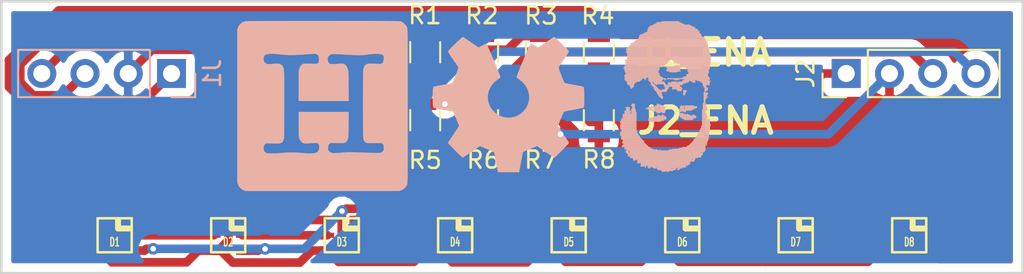
<source format=kicad_pcb>
(kicad_pcb (version 4) (host pcbnew 4.0.6)
  (layers (0 F.Cu signal) (31 B.Cu signal) (34 B.Paste user) (35 F.Paste user) (36 B.SilkS user) (37 F.SilkS user) (38 B.Mask user) (39 F.Mask user) (44 Edge.Cuts user))
  (net 0 "")
  (net 1 "Net-(D1-Pad2)")
  (net 2 "Net-(D1-Pad3)")
  (net 3 "Net-(D1-Pad4)")
  (net 4 "Net-(D1-Pad5)")
  (net 5 "Net-(D1-Pad6)")
  (net 6 "Net-(D1-Pad1)")
  (net 7 "Net-(D2-Pad6)")
  (net 8 "Net-(D2-Pad1)")
  (net 9 "Net-(D3-Pad6)")
  (net 10 "Net-(D3-Pad1)")
  (net 11 "Net-(D4-Pad6)")
  (net 12 "Net-(D4-Pad1)")
  (net 13 "Net-(D5-Pad6)")
  (net 14 "Net-(D5-Pad1)")
  (net 15 "Net-(D6-Pad6)")
  (net 16 "Net-(D6-Pad1)")
  (net 17 "Net-(D7-Pad6)")
  (net 18 "Net-(D7-Pad1)")
  (net 19 "Net-(D8-Pad6)")
  (net 20 "Net-(D8-Pad1)")
  (net 21 "Net-(J1-Pad1)")
  (net 22 "Net-(J1-Pad2)")
  (net 23 "Net-(J1-Pad3)")
  (net 24 "Net-(J1-Pad4)")
  (net 25 "Net-(J2-Pad1)")
  (net 26 "Net-(J2-Pad2)")
  (net 27 "Net-(J2-Pad3)")
  (net 28 "Net-(J2-Pad4)")
  (module gsg-modules:APA102-2020 (layer F.Cu) (at 106.66 113.77)
    (fp_text reference D1 (at 0 0.4) (layer F.SilkS) (effects (font (size 0.50038 0.29972) (thickness 0.07493))))
    (fp_text value APA102 hide)
    (pad 2 smd rect (at -0.85 -0.9) (size 0.8 0.5) (layers F.Cu F.Paste F.Mask) (net 1 "Net-(D1-Pad2)"))
    (pad 3 smd rect (at -0.85 0) (size 0.8 0.3) (layers F.Cu F.Paste F.Mask) (net 2 "Net-(D1-Pad3)"))
    (pad 4 smd rect (at -0.85 0.9) (size 0.8 0.5) (layers F.Cu F.Paste F.Mask) (net 3 "Net-(D1-Pad4)"))
    (pad 5 smd rect (at 0.85 0.9) (size 0.8 0.5) (layers F.Cu F.Paste F.Mask) (net 4 "Net-(D1-Pad5)"))
    (pad 6 smd rect (at 0.85 0) (size 0.8 0.3) (layers F.Cu F.Paste F.Mask) (net 5 "Net-(D1-Pad6)"))
    (pad 1 smd rect (at 0.85 -0.9) (size 0.8 0.5) (layers F.Cu F.Paste F.Mask) (net 6 "Net-(D1-Pad1)"))
  )
  (module gsg-modules:APA102-2020 (layer F.Cu) (at 113.33 113.77)
    (fp_text reference D2 (at 0 0.4) (layer F.SilkS) (effects (font (size 0.50038 0.29972) (thickness 0.07493))))
    (fp_text value APA102 hide)
    (pad 2 smd rect (at -0.85 -0.9) (size 0.8 0.5) (layers F.Cu F.Paste F.Mask) (net 6 "Net-(D1-Pad1)"))
    (pad 3 smd rect (at -0.85 0) (size 0.8 0.3) (layers F.Cu F.Paste F.Mask) (net 5 "Net-(D1-Pad6)"))
    (pad 4 smd rect (at -0.85 0.9) (size 0.8 0.5) (layers F.Cu F.Paste F.Mask) (net 3 "Net-(D1-Pad4)"))
    (pad 5 smd rect (at 0.85 0.9) (size 0.8 0.5) (layers F.Cu F.Paste F.Mask) (net 4 "Net-(D1-Pad5)"))
    (pad 6 smd rect (at 0.85 0) (size 0.8 0.3) (layers F.Cu F.Paste F.Mask) (net 7 "Net-(D2-Pad6)"))
    (pad 1 smd rect (at 0.85 -0.9) (size 0.8 0.5) (layers F.Cu F.Paste F.Mask) (net 8 "Net-(D2-Pad1)"))
  )
  (module gsg-modules:APA102-2020 (layer F.Cu) (at 120 113.77)
    (fp_text reference D3 (at 0 0.4) (layer F.SilkS) (effects (font (size 0.50038 0.29972) (thickness 0.07493))))
    (fp_text value APA102 hide)
    (pad 2 smd rect (at -0.85 -0.9) (size 0.8 0.5) (layers F.Cu F.Paste F.Mask) (net 8 "Net-(D2-Pad1)"))
    (pad 3 smd rect (at -0.85 0) (size 0.8 0.3) (layers F.Cu F.Paste F.Mask) (net 7 "Net-(D2-Pad6)"))
    (pad 4 smd rect (at -0.85 0.9) (size 0.8 0.5) (layers F.Cu F.Paste F.Mask) (net 3 "Net-(D1-Pad4)"))
    (pad 5 smd rect (at 0.85 0.9) (size 0.8 0.5) (layers F.Cu F.Paste F.Mask) (net 4 "Net-(D1-Pad5)"))
    (pad 6 smd rect (at 0.85 0) (size 0.8 0.3) (layers F.Cu F.Paste F.Mask) (net 9 "Net-(D3-Pad6)"))
    (pad 1 smd rect (at 0.85 -0.9) (size 0.8 0.5) (layers F.Cu F.Paste F.Mask) (net 10 "Net-(D3-Pad1)"))
  )
  (module gsg-modules:APA102-2020 (layer F.Cu) (at 126.66 113.77)
    (fp_text reference D4 (at 0 0.4) (layer F.SilkS) (effects (font (size 0.50038 0.29972) (thickness 0.07493))))
    (fp_text value APA102 hide)
    (pad 2 smd rect (at -0.85 -0.9) (size 0.8 0.5) (layers F.Cu F.Paste F.Mask) (net 10 "Net-(D3-Pad1)"))
    (pad 3 smd rect (at -0.85 0) (size 0.8 0.3) (layers F.Cu F.Paste F.Mask) (net 9 "Net-(D3-Pad6)"))
    (pad 4 smd rect (at -0.85 0.9) (size 0.8 0.5) (layers F.Cu F.Paste F.Mask) (net 3 "Net-(D1-Pad4)"))
    (pad 5 smd rect (at 0.85 0.9) (size 0.8 0.5) (layers F.Cu F.Paste F.Mask) (net 4 "Net-(D1-Pad5)"))
    (pad 6 smd rect (at 0.85 0) (size 0.8 0.3) (layers F.Cu F.Paste F.Mask) (net 11 "Net-(D4-Pad6)"))
    (pad 1 smd rect (at 0.85 -0.9) (size 0.8 0.5) (layers F.Cu F.Paste F.Mask) (net 12 "Net-(D4-Pad1)"))
  )
  (module gsg-modules:APA102-2020 (layer F.Cu) (at 133.33 113.77)
    (fp_text reference D5 (at 0 0.4) (layer F.SilkS) (effects (font (size 0.50038 0.29972) (thickness 0.07493))))
    (fp_text value APA102 hide)
    (pad 2 smd rect (at -0.85 -0.9) (size 0.8 0.5) (layers F.Cu F.Paste F.Mask) (net 12 "Net-(D4-Pad1)"))
    (pad 3 smd rect (at -0.85 0) (size 0.8 0.3) (layers F.Cu F.Paste F.Mask) (net 11 "Net-(D4-Pad6)"))
    (pad 4 smd rect (at -0.85 0.9) (size 0.8 0.5) (layers F.Cu F.Paste F.Mask) (net 3 "Net-(D1-Pad4)"))
    (pad 5 smd rect (at 0.85 0.9) (size 0.8 0.5) (layers F.Cu F.Paste F.Mask) (net 4 "Net-(D1-Pad5)"))
    (pad 6 smd rect (at 0.85 0) (size 0.8 0.3) (layers F.Cu F.Paste F.Mask) (net 13 "Net-(D5-Pad6)"))
    (pad 1 smd rect (at 0.85 -0.9) (size 0.8 0.5) (layers F.Cu F.Paste F.Mask) (net 14 "Net-(D5-Pad1)"))
  )
  (module gsg-modules:APA102-2020 (layer F.Cu) (at 140 113.77)
    (fp_text reference D6 (at 0 0.4) (layer F.SilkS) (effects (font (size 0.50038 0.29972) (thickness 0.07493))))
    (fp_text value APA102 hide)
    (pad 2 smd rect (at -0.85 -0.9) (size 0.8 0.5) (layers F.Cu F.Paste F.Mask) (net 14 "Net-(D5-Pad1)"))
    (pad 3 smd rect (at -0.85 0) (size 0.8 0.3) (layers F.Cu F.Paste F.Mask) (net 13 "Net-(D5-Pad6)"))
    (pad 4 smd rect (at -0.85 0.9) (size 0.8 0.5) (layers F.Cu F.Paste F.Mask) (net 3 "Net-(D1-Pad4)"))
    (pad 5 smd rect (at 0.85 0.9) (size 0.8 0.5) (layers F.Cu F.Paste F.Mask) (net 4 "Net-(D1-Pad5)"))
    (pad 6 smd rect (at 0.85 0) (size 0.8 0.3) (layers F.Cu F.Paste F.Mask) (net 15 "Net-(D6-Pad6)"))
    (pad 1 smd rect (at 0.85 -0.9) (size 0.8 0.5) (layers F.Cu F.Paste F.Mask) (net 16 "Net-(D6-Pad1)"))
  )
  (module gsg-modules:APA102-2020 (layer F.Cu) (at 146.66 113.77)
    (fp_text reference D7 (at 0 0.4) (layer F.SilkS) (effects (font (size 0.50038 0.29972) (thickness 0.07493))))
    (fp_text value APA102 hide)
    (pad 2 smd rect (at -0.85 -0.9) (size 0.8 0.5) (layers F.Cu F.Paste F.Mask) (net 16 "Net-(D6-Pad1)"))
    (pad 3 smd rect (at -0.85 0) (size 0.8 0.3) (layers F.Cu F.Paste F.Mask) (net 15 "Net-(D6-Pad6)"))
    (pad 4 smd rect (at -0.85 0.9) (size 0.8 0.5) (layers F.Cu F.Paste F.Mask) (net 3 "Net-(D1-Pad4)"))
    (pad 5 smd rect (at 0.85 0.9) (size 0.8 0.5) (layers F.Cu F.Paste F.Mask) (net 4 "Net-(D1-Pad5)"))
    (pad 6 smd rect (at 0.85 0) (size 0.8 0.3) (layers F.Cu F.Paste F.Mask) (net 17 "Net-(D7-Pad6)"))
    (pad 1 smd rect (at 0.85 -0.9) (size 0.8 0.5) (layers F.Cu F.Paste F.Mask) (net 18 "Net-(D7-Pad1)"))
  )
  (module gsg-modules:APA102-2020 (layer F.Cu) (at 153.33 113.77)
    (fp_text reference D8 (at 0 0.4) (layer F.SilkS) (effects (font (size 0.50038 0.29972) (thickness 0.07493))))
    (fp_text value APA102 hide)
    (pad 2 smd rect (at -0.85 -0.9) (size 0.8 0.5) (layers F.Cu F.Paste F.Mask) (net 18 "Net-(D7-Pad1)"))
    (pad 3 smd rect (at -0.85 0) (size 0.8 0.3) (layers F.Cu F.Paste F.Mask) (net 17 "Net-(D7-Pad6)"))
    (pad 4 smd rect (at -0.85 0.9) (size 0.8 0.5) (layers F.Cu F.Paste F.Mask) (net 3 "Net-(D1-Pad4)"))
    (pad 5 smd rect (at 0.85 0.9) (size 0.8 0.5) (layers F.Cu F.Paste F.Mask) (net 4 "Net-(D1-Pad5)"))
    (pad 6 smd rect (at 0.85 0) (size 0.8 0.3) (layers F.Cu F.Paste F.Mask) (net 19 "Net-(D8-Pad6)"))
    (pad 1 smd rect (at 0.85 -0.9) (size 0.8 0.5) (layers F.Cu F.Paste F.Mask) (net 20 "Net-(D8-Pad1)"))
  )
  (module Pin_Headers:Pin_Header_Straight_1x04_Pitch2.54mm (layer B.Cu) (at 110 104.25 90)
    (fp_text reference J1 (at 0 2.39 90) (layer B.SilkS) (effects (justify mirror)))
    (fp_text value CONN_01X04)
    (pad 1 thru_hole rect (at 0 0 90) (size 1.7 1.7) (drill 1) (layers *.Cu *.Mask) (net 21 "Net-(J1-Pad1)"))
    (pad 2 thru_hole oval (at 0 -2.54 90) (size 1.7 1.7) (drill 1) (layers *.Cu *.Mask) (net 22 "Net-(J1-Pad2)"))
    (pad 3 thru_hole oval (at 0 -5.08 90) (size 1.7 1.7) (drill 1) (layers *.Cu *.Mask) (net 23 "Net-(J1-Pad3)"))
    (pad 4 thru_hole oval (at 0 -7.62 90) (size 1.7 1.7) (drill 1) (layers *.Cu *.Mask) (net 24 "Net-(J1-Pad4)"))
  )
  (module Pin_Headers:Pin_Header_Straight_1x04_Pitch2.54mm (layer F.Cu) (at 149.63 104.25 90)
    (fp_text reference J2 (at 0 -2.39 90) (layer F.SilkS))
    (fp_text value CONN_01X04)
    (pad 1 thru_hole rect (at 0 0 90) (size 1.7 1.7) (drill 1) (layers *.Cu *.Mask) (net 25 "Net-(J2-Pad1)"))
    (pad 2 thru_hole oval (at 0 2.54 90) (size 1.7 1.7) (drill 1) (layers *.Cu *.Mask) (net 26 "Net-(J2-Pad2)"))
    (pad 3 thru_hole oval (at 0 5.08 90) (size 1.7 1.7) (drill 1) (layers *.Cu *.Mask) (net 27 "Net-(J2-Pad3)"))
    (pad 4 thru_hole oval (at 0 7.62 90) (size 1.7 1.7) (drill 1) (layers *.Cu *.Mask) (net 28 "Net-(J2-Pad4)"))
  )
  (module Resistors_SMD:R_0805 (layer F.Cu) (at 124.9 103 90)
    (fp_text reference R1 (at 2.17 -0.02 180) (layer F.SilkS))
    (fp_text value 0)
    (pad 1 smd rect (at -0.95 0 90) (size 0.7 1.3) (layers F.Cu F.Paste F.Mask) (net 1 "Net-(D1-Pad2)"))
    (pad 2 smd rect (at 0.95 0 90) (size 0.7 1.3) (layers F.Cu F.Paste F.Mask) (net 24 "Net-(J1-Pad4)"))
  )
  (module Resistors_SMD:R_0805 (layer F.Cu) (at 128.3 103 90)
    (fp_text reference R2 (at 2.17 -0.07 180) (layer F.SilkS))
    (fp_text value 0)
    (pad 1 smd rect (at -0.95 0 90) (size 0.7 1.3) (layers F.Cu F.Paste F.Mask) (net 2 "Net-(D1-Pad3)"))
    (pad 2 smd rect (at 0.95 0 90) (size 0.7 1.3) (layers F.Cu F.Paste F.Mask) (net 23 "Net-(J1-Pad3)"))
  )
  (module Resistors_SMD:R_0805 (layer F.Cu) (at 131.7 103 90)
    (fp_text reference R3 (at 2.15 0 180) (layer F.SilkS))
    (fp_text value 0)
    (pad 1 smd rect (at -0.95 0 90) (size 0.7 1.3) (layers F.Cu F.Paste F.Mask) (net 3 "Net-(D1-Pad4)"))
    (pad 2 smd rect (at 0.95 0 90) (size 0.7 1.3) (layers F.Cu F.Paste F.Mask) (net 22 "Net-(J1-Pad2)"))
  )
  (module Resistors_SMD:R_0805 (layer F.Cu) (at 135.1 103 90)
    (fp_text reference R4 (at 2.15 -0.06 180) (layer F.SilkS))
    (fp_text value 0)
    (pad 1 smd rect (at -0.95 0 90) (size 0.7 1.3) (layers F.Cu F.Paste F.Mask) (net 4 "Net-(D1-Pad5)"))
    (pad 2 smd rect (at 0.95 0 90) (size 0.7 1.3) (layers F.Cu F.Paste F.Mask) (net 21 "Net-(J1-Pad1)"))
  )
  (module Resistors_SMD:R_0805 (layer F.Cu) (at 124.9 107 270)
    (fp_text reference R5 (at 2.35 0 360) (layer F.SilkS))
    (fp_text value 0)
    (pad 1 smd rect (at -0.95 0 270) (size 0.7 1.3) (layers F.Cu F.Paste F.Mask) (net 28 "Net-(J2-Pad4)"))
    (pad 2 smd rect (at 0.95 0 270) (size 0.7 1.3) (layers F.Cu F.Paste F.Mask) (net 1 "Net-(D1-Pad2)"))
  )
  (module Resistors_SMD:R_0805 (layer F.Cu) (at 128.3 107 270)
    (fp_text reference R6 (at 2.33 -0.01 360) (layer F.SilkS))
    (fp_text value 0)
    (pad 1 smd rect (at -0.95 0 270) (size 0.7 1.3) (layers F.Cu F.Paste F.Mask) (net 27 "Net-(J2-Pad3)"))
    (pad 2 smd rect (at 0.95 0 270) (size 0.7 1.3) (layers F.Cu F.Paste F.Mask) (net 2 "Net-(D1-Pad3)"))
  )
  (module Resistors_SMD:R_0805 (layer F.Cu) (at 131.7 107 90)
    (fp_text reference R7 (at -2.33 0 180) (layer F.SilkS))
    (fp_text value 0)
    (pad 1 smd rect (at -0.95 0 90) (size 0.7 1.3) (layers F.Cu F.Paste F.Mask) (net 26 "Net-(J2-Pad2)"))
    (pad 2 smd rect (at 0.95 0 90) (size 0.7 1.3) (layers F.Cu F.Paste F.Mask) (net 3 "Net-(D1-Pad4)"))
  )
  (module Resistors_SMD:R_0805 (layer F.Cu) (at 135.1 107 270)
    (fp_text reference R8 (at 2.32 -0.01 360) (layer F.SilkS))
    (fp_text value 0)
    (pad 1 smd rect (at -0.95 0 270) (size 0.7 1.3) (layers F.Cu F.Paste F.Mask) (net 25 "Net-(J2-Pad1)"))
    (pad 2 smd rect (at 0.95 0 270) (size 0.7 1.3) (layers F.Cu F.Paste F.Mask) (net 4 "Net-(D1-Pad5)"))
  )
  (module NilesLogos:HakcerLabHLogo-10mm (layer B.Cu) (at 118.86 106.17)
    (fp_text reference G*** hide)
    (fp_text value LOGO hide)
  )
  (module NilesLogos:nilesface_smaller (layer B.Cu) (at 136.36 110.03)
    (fp_text reference nilesface hide)
    (fp_text value "" (at 0 0) (layer B.SilkS) (effects (justify mirror)))
  )
  (module Symbols:OSHW-Symbol_8.9x8mm_SilkScreen (layer B.Cu) (at 129.78 106.06)
    (fp_text reference REF*** hide)
    (fp_text value OSHW-Symbol_8.9x8mm_SilkScreen hide)
  )
  (gr_text J2_ENA (at 141.37 107.03) (layer F.SilkS) (effects (font (size 1.5 1.5) (thickness 0.3))))
  (gr_text J1_ENA (at 141.26 103.02) (layer F.SilkS) (effects (font (size 1.5 1.5) (thickness 0.3))))
  (gr_line (start 160 116) (end 160 100) (angle 90) (layer Edge.Cuts) (width 0.15))
  (gr_line (start 100 116) (end 160 116) (angle 90) (layer Edge.Cuts) (width 0.15))
  (gr_line (start 100 100) (end 100 116) (angle 90) (layer Edge.Cuts) (width 0.15))
  (gr_line (start 100 100) (end 160 100) (angle 90) (layer Edge.Cuts) (width 0.15))
  (segment (start 124.9 107.95) (end 124.9 107.5594) (width 0.508) (layer F.Cu) (net 1))
  (segment (start 124.9 103.95) (end 124.9 104.808) (width 0.508) (layer F.Cu) (net 1))
  (segment (start 124.471 104.808) (end 124.9 104.808) (width 0.508) (layer F.Cu) (net 1))
  (segment (start 123.7937 105.4853) (end 124.471 104.808) (width 0.508) (layer F.Cu) (net 1))
  (segment (start 123.7937 107.5594) (end 123.7937 105.4853) (width 0.508) (layer F.Cu) (net 1))
  (segment (start 124.9 107.5594) (end 123.7937 107.5594) (width 0.508) (layer F.Cu) (net 1))
  (segment (start 105.81 112.3406) (end 105.81 112.87) (width 0.508) (layer F.Cu) (net 1))
  (segment (start 110.5912 107.5594) (end 105.81 112.3406) (width 0.508) (layer F.Cu) (net 1))
  (segment (start 123.7937 107.5594) (end 110.5912 107.5594) (width 0.508) (layer F.Cu) (net 1))
  (segment (start 128.3 107.95) (end 127.142 107.95) (width 0.508) (layer F.Cu) (net 2))
  (segment (start 128.3 103.95) (end 128.3 104.808) (width 0.508) (layer F.Cu) (net 2))
  (segment (start 127.142 105.537) (end 127.142 107.95) (width 0.508) (layer F.Cu) (net 2))
  (segment (start 127.871 104.808) (end 127.142 105.537) (width 0.508) (layer F.Cu) (net 2))
  (segment (start 128.3 104.808) (end 127.871 104.808) (width 0.508) (layer F.Cu) (net 2))
  (segment (start 106.6659 112.4192) (end 106.6659 113.1963) (width 0.508) (layer F.Cu) (net 2))
  (segment (start 110.3783 108.7068) (end 106.6659 112.4192) (width 0.508) (layer F.Cu) (net 2))
  (segment (start 126.3852 108.7068) (end 110.3783 108.7068) (width 0.508) (layer F.Cu) (net 2))
  (segment (start 127.142 107.95) (end 126.3852 108.7068) (width 0.508) (layer F.Cu) (net 2))
  (segment (start 106.5332 113.329) (end 106.5332 113.5308) (width 0.2998) (layer F.Cu) (net 2))
  (segment (start 106.6659 113.1963) (end 106.5332 113.329) (width 0.2998) (layer F.Cu) (net 2))
  (segment (start 106.0492 113.5308) (end 105.81 113.77) (width 0.508) (layer F.Cu) (net 2))
  (segment (start 106.5332 113.5308) (end 106.0492 113.5308) (width 0.508) (layer F.Cu) (net 2))
  (segment (start 145.81 114.67) (end 144.902 114.67) (width 0.508) (layer F.Cu) (net 3))
  (segment (start 139.15 114.67) (end 138.242 114.67) (width 0.508) (layer F.Cu) (net 3))
  (segment (start 152.48 114.67) (end 151.572 114.67) (width 0.508) (layer F.Cu) (net 3))
  (segment (start 144.902 115.3307) (end 144.902 114.67) (width 0.508) (layer F.Cu) (net 3))
  (segment (start 139.8107 115.3307) (end 144.902 115.3307) (width 0.508) (layer F.Cu) (net 3))
  (segment (start 139.15 114.67) (end 139.8107 115.3307) (width 0.508) (layer F.Cu) (net 3))
  (segment (start 150.9113 115.3307) (end 151.572 114.67) (width 0.508) (layer F.Cu) (net 3))
  (segment (start 144.902 115.3307) (end 150.9113 115.3307) (width 0.508) (layer F.Cu) (net 3))
  (segment (start 132.48 114.67) (end 131.572 114.67) (width 0.508) (layer F.Cu) (net 3))
  (segment (start 133.1408 115.3308) (end 132.48 114.67) (width 0.508) (layer F.Cu) (net 3))
  (segment (start 137.5812 115.3308) (end 133.1408 115.3308) (width 0.508) (layer F.Cu) (net 3))
  (segment (start 138.242 114.67) (end 137.5812 115.3308) (width 0.508) (layer F.Cu) (net 3))
  (segment (start 125.81 114.67) (end 124.902 114.67) (width 0.508) (layer F.Cu) (net 3))
  (segment (start 126.5024 115.3624) (end 125.81 114.67) (width 0.508) (layer F.Cu) (net 3))
  (segment (start 130.8796 115.3624) (end 126.5024 115.3624) (width 0.508) (layer F.Cu) (net 3))
  (segment (start 131.572 114.67) (end 130.8796 115.3624) (width 0.508) (layer F.Cu) (net 3))
  (segment (start 131.7 103.95) (end 131.7 106.05) (width 0.508) (layer F.Cu) (net 3))
  (segment (start 131.7 106.05) (end 131.7 106.908) (width 0.508) (layer F.Cu) (net 3))
  (segment (start 113.5942 115.3747) (end 112.8144 114.5948) (width 0.508) (layer F.Cu) (net 3))
  (segment (start 117.5373 115.3747) (end 113.5942 115.3747) (width 0.508) (layer F.Cu) (net 3))
  (segment (start 118.242 114.67) (end 117.5373 115.3747) (width 0.508) (layer F.Cu) (net 3))
  (segment (start 119.15 114.67) (end 118.242 114.67) (width 0.508) (layer F.Cu) (net 3))
  (segment (start 124.2398 115.3322) (end 124.902 114.67) (width 0.508) (layer F.Cu) (net 3))
  (segment (start 119.8122 115.3322) (end 124.2398 115.3322) (width 0.508) (layer F.Cu) (net 3))
  (segment (start 119.15 114.67) (end 119.8122 115.3322) (width 0.508) (layer F.Cu) (net 3))
  (segment (start 130.9354 106.908) (end 131.7 106.908) (width 0.508) (layer F.Cu) (net 3))
  (segment (start 127.4027 110.4407) (end 130.9354 106.908) (width 0.508) (layer F.Cu) (net 3))
  (segment (start 119.2628 110.4407) (end 127.4027 110.4407) (width 0.508) (layer F.Cu) (net 3))
  (segment (start 118.6021 111.1014) (end 119.2628 110.4407) (width 0.508) (layer F.Cu) (net 3))
  (segment (start 114.7168 111.1014) (end 118.6021 111.1014) (width 0.508) (layer F.Cu) (net 3))
  (segment (start 113.3404 112.4778) (end 114.7168 111.1014) (width 0.508) (layer F.Cu) (net 3))
  (segment (start 113.3404 114.0688) (end 113.3404 112.4778) (width 0.508) (layer F.Cu) (net 3))
  (segment (start 112.8144 114.5948) (end 113.3404 114.0688) (width 0.508) (layer F.Cu) (net 3))
  (segment (start 112.7392 114.67) (end 112.48 114.67) (width 0.508) (layer F.Cu) (net 3))
  (segment (start 112.8144 114.5948) (end 112.7392 114.67) (width 0.508) (layer F.Cu) (net 3))
  (segment (start 106.4999 115.3599) (end 105.81 114.67) (width 0.508) (layer F.Cu) (net 3))
  (segment (start 110.8821 115.3599) (end 106.4999 115.3599) (width 0.508) (layer F.Cu) (net 3))
  (segment (start 111.572 114.67) (end 110.8821 115.3599) (width 0.508) (layer F.Cu) (net 3))
  (segment (start 112.48 114.67) (end 111.572 114.67) (width 0.508) (layer F.Cu) (net 3))
  (via (at 120.0139 112.3464) (size 0.6858) (layers F.Cu B.Cu) (net 4))
  (via (at 108.9218 114.5649) (size 0.6858) (layers F.Cu B.Cu) (net 4))
  (via (at 115.4947 114.5723) (size 0.6858) (layers F.Cu B.Cu) (net 4))
  (segment (start 135.1 108.2548) (end 135.1 108.808) (width 0.508) (layer F.Cu) (net 4))
  (segment (start 135.1 108.2548) (end 135.1 107.95) (width 0.508) (layer F.Cu) (net 4))
  (segment (start 134.671 104.808) (end 135.1 104.808) (width 0.508) (layer F.Cu) (net 4))
  (segment (start 134.0432 105.4358) (end 134.671 104.808) (width 0.508) (layer F.Cu) (net 4))
  (segment (start 134.0432 106.5715) (end 134.0432 105.4358) (width 0.508) (layer F.Cu) (net 4))
  (segment (start 134.5637 107.092) (end 134.0432 106.5715) (width 0.508) (layer F.Cu) (net 4))
  (segment (start 135.1 107.092) (end 134.5637 107.092) (width 0.508) (layer F.Cu) (net 4))
  (segment (start 135.1 107.95) (end 135.1 107.092) (width 0.508) (layer F.Cu) (net 4))
  (segment (start 135.1 103.95) (end 135.1 104.808) (width 0.508) (layer F.Cu) (net 4))
  (segment (start 146.9456 112.2092) (end 146.66 112.4948) (width 0.508) (layer F.Cu) (net 4))
  (segment (start 153.1005 112.2092) (end 146.9456 112.2092) (width 0.508) (layer F.Cu) (net 4))
  (segment (start 153.33 112.4387) (end 153.1005 112.2092) (width 0.508) (layer F.Cu) (net 4))
  (segment (start 153.33 114.0452) (end 153.33 112.4387) (width 0.508) (layer F.Cu) (net 4))
  (segment (start 153.9548 114.67) (end 153.33 114.0452) (width 0.508) (layer F.Cu) (net 4))
  (segment (start 154.18 114.67) (end 153.9548 114.67) (width 0.508) (layer F.Cu) (net 4))
  (segment (start 147.2742 114.67) (end 147.51 114.67) (width 0.508) (layer F.Cu) (net 4))
  (segment (start 146.66 114.0558) (end 147.2742 114.67) (width 0.508) (layer F.Cu) (net 4))
  (segment (start 146.66 112.4948) (end 146.66 114.0558) (width 0.508) (layer F.Cu) (net 4))
  (segment (start 140.1893 112.2092) (end 140.0432 112.3553) (width 0.508) (layer F.Cu) (net 4))
  (segment (start 146.3744 112.2092) (end 140.1893 112.2092) (width 0.508) (layer F.Cu) (net 4))
  (segment (start 146.66 112.4948) (end 146.3744 112.2092) (width 0.508) (layer F.Cu) (net 4))
  (segment (start 140.6142 114.67) (end 140.85 114.67) (width 0.508) (layer F.Cu) (net 4))
  (segment (start 140.0432 114.099) (end 140.6142 114.67) (width 0.508) (layer F.Cu) (net 4))
  (segment (start 140.0432 112.3553) (end 140.0432 114.099) (width 0.508) (layer F.Cu) (net 4))
  (segment (start 135.1 112.1597) (end 135.1 108.808) (width 0.508) (layer F.Cu) (net 4))
  (segment (start 139.8476 112.1597) (end 135.1 112.1597) (width 0.508) (layer F.Cu) (net 4))
  (segment (start 140.0432 112.3553) (end 139.8476 112.1597) (width 0.508) (layer F.Cu) (net 4))
  (segment (start 133.6651 112.1597) (end 133.3732 112.4516) (width 0.508) (layer F.Cu) (net 4))
  (segment (start 135.1 112.1597) (end 133.6651 112.1597) (width 0.508) (layer F.Cu) (net 4))
  (segment (start 133.3732 114.099) (end 133.3732 112.4516) (width 0.508) (layer F.Cu) (net 4))
  (segment (start 133.9442 114.67) (end 133.3732 114.099) (width 0.508) (layer F.Cu) (net 4))
  (segment (start 134.18 114.67) (end 133.9442 114.67) (width 0.508) (layer F.Cu) (net 4))
  (segment (start 126.8777 112.2092) (end 126.66 112.4269) (width 0.508) (layer F.Cu) (net 4))
  (segment (start 133.1308 112.2092) (end 126.8777 112.2092) (width 0.508) (layer F.Cu) (net 4))
  (segment (start 133.3732 112.4516) (end 133.1308 112.2092) (width 0.508) (layer F.Cu) (net 4))
  (segment (start 127.2742 114.67) (end 127.51 114.67) (width 0.508) (layer F.Cu) (net 4))
  (segment (start 126.66 114.0558) (end 127.2742 114.67) (width 0.508) (layer F.Cu) (net 4))
  (segment (start 126.66 112.4269) (end 126.66 114.0558) (width 0.508) (layer F.Cu) (net 4))
  (segment (start 120.2671 112.2075) (end 120.0711 112.4035) (width 0.508) (layer F.Cu) (net 4))
  (segment (start 126.4406 112.2075) (end 120.2671 112.2075) (width 0.508) (layer F.Cu) (net 4))
  (segment (start 126.66 112.4269) (end 126.4406 112.2075) (width 0.508) (layer F.Cu) (net 4))
  (segment (start 120.6142 114.67) (end 120.85 114.67) (width 0.508) (layer F.Cu) (net 4))
  (segment (start 120 114.0558) (end 120.6142 114.67) (width 0.508) (layer F.Cu) (net 4))
  (segment (start 120 112.4746) (end 120 114.0558) (width 0.508) (layer F.Cu) (net 4))
  (segment (start 120.0711 112.4035) (end 120 112.4746) (width 0.508) (layer F.Cu) (net 4))
  (segment (start 120.0711 112.4035) (end 120.0139 112.3464) (width 0.508) (layer F.Cu) (net 4))
  (segment (start 108.5231 114.5649) (end 108.418 114.67) (width 0.508) (layer F.Cu) (net 4))
  (segment (start 108.9218 114.5649) (end 108.5231 114.5649) (width 0.508) (layer F.Cu) (net 4))
  (segment (start 107.51 114.67) (end 108.418 114.67) (width 0.508) (layer F.Cu) (net 4))
  (segment (start 114.18 114.67) (end 115.088 114.67) (width 0.508) (layer F.Cu) (net 4))
  (segment (start 115.1857 114.5723) (end 115.088 114.67) (width 0.508) (layer F.Cu) (net 4))
  (segment (start 115.4947 114.5723) (end 115.1857 114.5723) (width 0.508) (layer F.Cu) (net 4))
  (segment (start 115.4947 114.5649) (end 115.4947 114.5723) (width 0.508) (layer B.Cu) (net 4))
  (segment (start 108.9218 114.5649) (end 115.4947 114.5649) (width 0.508) (layer B.Cu) (net 4))
  (segment (start 117.7954 114.5649) (end 120.0139 112.3464) (width 0.508) (layer B.Cu) (net 4))
  (segment (start 115.4947 114.5649) (end 117.7954 114.5649) (width 0.508) (layer B.Cu) (net 4))
  (segment (start 111.572 113.77) (end 108.418 113.77) (width 0.508) (layer F.Cu) (net 5))
  (segment (start 112.48 113.77) (end 111.572 113.77) (width 0.508) (layer F.Cu) (net 5))
  (segment (start 107.51 113.77) (end 108.418 113.77) (width 0.508) (layer F.Cu) (net 5))
  (segment (start 112.48 112.87) (end 107.51 112.87) (width 0.508) (layer F.Cu) (net 6))
  (segment (start 119.15 113.77) (end 114.18 113.77) (width 0.508) (layer F.Cu) (net 7))
  (segment (start 119.15 112.87) (end 114.18 112.87) (width 0.508) (layer F.Cu) (net 8))
  (segment (start 125.81 113.77) (end 120.85 113.77) (width 0.508) (layer F.Cu) (net 9))
  (segment (start 125.81 112.87) (end 120.85 112.87) (width 0.508) (layer F.Cu) (net 10))
  (segment (start 132.48 113.77) (end 127.51 113.77) (width 0.508) (layer F.Cu) (net 11))
  (segment (start 132.48 112.87) (end 127.51 112.87) (width 0.508) (layer F.Cu) (net 12))
  (segment (start 139.15 113.77) (end 134.18 113.77) (width 0.508) (layer F.Cu) (net 13))
  (segment (start 139.15 112.87) (end 134.18 112.87) (width 0.508) (layer F.Cu) (net 14))
  (segment (start 145.81 113.77) (end 140.85 113.77) (width 0.508) (layer F.Cu) (net 15))
  (segment (start 145.81 112.87) (end 140.85 112.87) (width 0.508) (layer F.Cu) (net 16))
  (segment (start 152.48 113.77) (end 147.51 113.77) (width 0.508) (layer F.Cu) (net 17))
  (segment (start 152.48 112.87) (end 147.51 112.87) (width 0.508) (layer F.Cu) (net 18))
  (segment (start 135.1 102.05) (end 135.1 101.192) (width 0.508) (layer F.Cu) (net 21))
  (segment (start 108.0556 106.1944) (end 110 104.25) (width 0.508) (layer F.Cu) (net 21))
  (segment (start 101.6062 106.1944) (end 108.0556 106.1944) (width 0.508) (layer F.Cu) (net 21))
  (segment (start 100.4548 105.043) (end 101.6062 106.1944) (width 0.508) (layer F.Cu) (net 21))
  (segment (start 100.4548 103.4531) (end 100.4548 105.043) (width 0.508) (layer F.Cu) (net 21))
  (segment (start 103.3766 100.5313) (end 100.4548 103.4531) (width 0.508) (layer F.Cu) (net 21))
  (segment (start 134.4393 100.5313) (end 103.3766 100.5313) (width 0.508) (layer F.Cu) (net 21))
  (segment (start 135.1 101.192) (end 134.4393 100.5313) (width 0.508) (layer F.Cu) (net 21))
  (segment (start 108.8581 102.8519) (end 107.46 104.25) (width 0.508) (layer F.Cu) (net 22))
  (segment (start 129.7401 102.8519) (end 108.8581 102.8519) (width 0.508) (layer F.Cu) (net 22))
  (segment (start 130.542 102.05) (end 129.7401 102.8519) (width 0.508) (layer F.Cu) (net 22))
  (segment (start 131.7 102.05) (end 130.542 102.05) (width 0.508) (layer F.Cu) (net 22))
  (segment (start 103.6364 105.5336) (end 104.92 104.25) (width 0.508) (layer F.Cu) (net 23))
  (segment (start 101.8799 105.5336) (end 103.6364 105.5336) (width 0.508) (layer F.Cu) (net 23))
  (segment (start 101.1156 104.7693) (end 101.8799 105.5336) (width 0.508) (layer F.Cu) (net 23))
  (segment (start 101.1156 103.7268) (end 101.1156 104.7693) (width 0.508) (layer F.Cu) (net 23))
  (segment (start 103.5844 101.258) (end 101.1156 103.7268) (width 0.508) (layer F.Cu) (net 23))
  (segment (start 126.35 101.258) (end 103.5844 101.258) (width 0.508) (layer F.Cu) (net 23))
  (segment (start 127.142 102.05) (end 126.35 101.258) (width 0.508) (layer F.Cu) (net 23))
  (segment (start 128.3 102.05) (end 127.142 102.05) (width 0.508) (layer F.Cu) (net 23))
  (segment (start 104.58 102.05) (end 102.38 104.25) (width 0.508) (layer F.Cu) (net 24))
  (segment (start 124.9 102.05) (end 104.58 102.05) (width 0.508) (layer F.Cu) (net 24))
  (segment (start 146.472 106.05) (end 148.272 104.25) (width 0.508) (layer F.Cu) (net 25))
  (segment (start 135.1 106.05) (end 146.472 106.05) (width 0.508) (layer F.Cu) (net 25))
  (segment (start 149.63 104.25) (end 148.272 104.25) (width 0.508) (layer F.Cu) (net 25))
  (via (at 132.8475 107.8205) (size 0.6858) (layers F.Cu B.Cu) (net 26))
  (segment (start 132.718 107.95) (end 132.8475 107.8205) (width 0.508) (layer F.Cu) (net 26))
  (segment (start 131.7 107.95) (end 132.718 107.95) (width 0.508) (layer F.Cu) (net 26))
  (segment (start 148.5995 107.8205) (end 152.17 104.25) (width 0.508) (layer B.Cu) (net 26))
  (segment (start 132.8475 107.8205) (end 148.5995 107.8205) (width 0.508) (layer B.Cu) (net 26))
  (segment (start 153.4532 102.9932) (end 154.71 104.25) (width 0.508) (layer F.Cu) (net 27))
  (segment (start 131.0794 102.9932) (end 153.4532 102.9932) (width 0.508) (layer F.Cu) (net 27))
  (segment (start 128.3 105.7726) (end 131.0794 102.9932) (width 0.508) (layer F.Cu) (net 27))
  (segment (start 128.3 106.05) (end 128.3 105.7726) (width 0.508) (layer F.Cu) (net 27))
  (via (at 126.058 106.05) (size 0.6858) (layers F.Cu B.Cu) (net 28))
  (segment (start 124.9 106.05) (end 126.058 106.05) (width 0.508) (layer F.Cu) (net 28))
  (segment (start 129.1417 102.9663) (end 126.058 106.05) (width 0.508) (layer B.Cu) (net 28))
  (segment (start 155.9663 102.9663) (end 129.1417 102.9663) (width 0.508) (layer B.Cu) (net 28))
  (segment (start 157.25 104.25) (end 155.9663 102.9663) (width 0.508) (layer B.Cu) (net 28))
  (zone (net 22) (net_name "Net-(J1-Pad2)") (layer B.Cu) (connect_pads (clearance 0.508)) (min_thickness 0.254) (fill yes (arc_segments 16) (thermal_gap 0.508) (thermal_bridge_width 0.508))
    (polygon (pts (xy 100.02 100) (xy 160 100) (xy 160 116) (xy 100.01 115.99)))
  )
  (zone (net 26) (net_name "Net-(J2-Pad2)") (layer F.Cu) (connect_pads (clearance 0.508)) (min_thickness 0.254) (fill yes (arc_segments 16) (thermal_gap 0.508) (thermal_bridge_width 0.508))
    (polygon (pts (xy 100.02 100) (xy 160 100) (xy 160 116) (xy 100.01 115.99)))
  )
)
</source>
